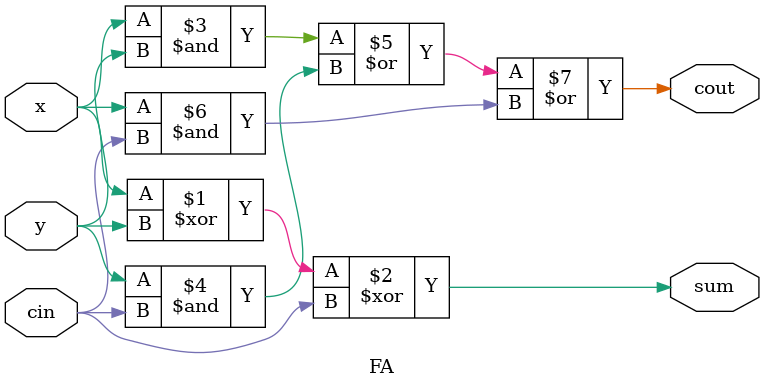
<source format=v>
module top_module (
    input [3:0] x,
    input [3:0] y, 
    output [4:0] sum);
    
    wire [3:0] cout;
    
    FA F1(x[0], y[0], 1'b0, cout[0], sum[0]);
    FA F2(x[1], y[1], cout[0], cout[1], sum[1]);
    FA F3(x[2], y[2], cout[1], cout[2], sum[2]);
    FA F4(x[3], y[3], cout[2], sum[4], sum[3]);
    
endmodule

module FA(input x, input y, input cin, output cout, output sum );
    
    assign sum = x ^ y ^ cin;
    assign cout = x & y | y & cin | x & cin;
    
endmodule 

</source>
